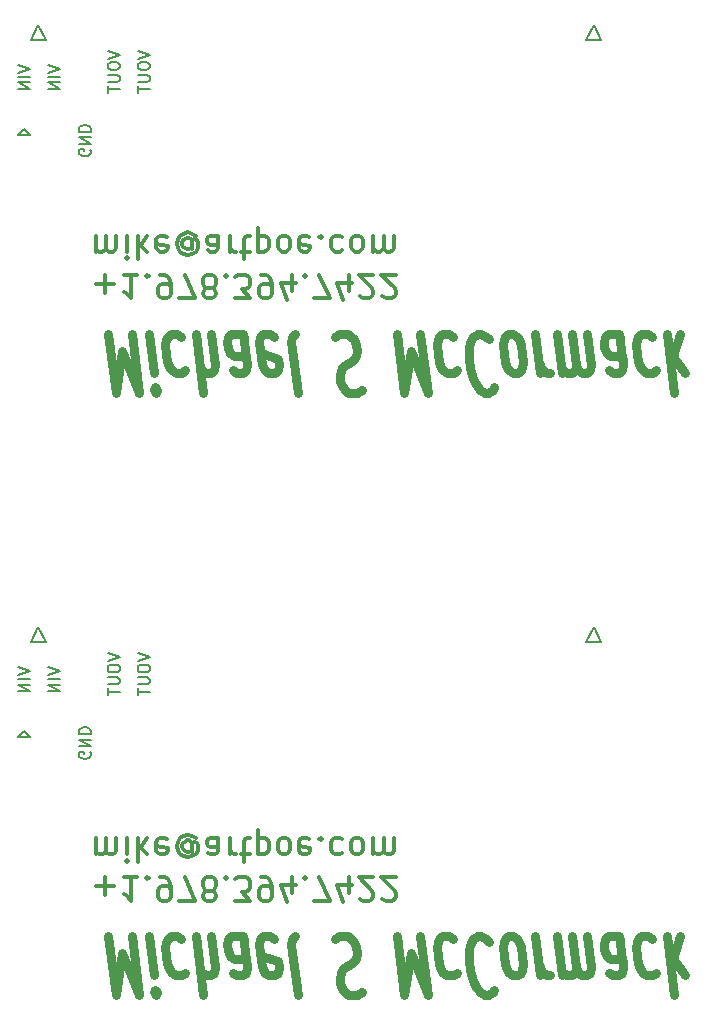
<source format=gbo>
G04 #@! TF.GenerationSoftware,KiCad,Pcbnew,(5.0.2)-1*
G04 #@! TF.CreationDate,2019-04-13T07:43:00-04:00*
G04 #@! TF.ProjectId,Console-Panel,436f6e73-6f6c-4652-9d50-616e656c2e6b,rev?*
G04 #@! TF.SameCoordinates,Original*
G04 #@! TF.FileFunction,Legend,Bot*
G04 #@! TF.FilePolarity,Positive*
%FSLAX46Y46*%
G04 Gerber Fmt 4.6, Leading zero omitted, Abs format (unit mm)*
G04 Created by KiCad (PCBNEW (5.0.2)-1) date 4/13/2019 7:43:00 AM*
%MOMM*%
%LPD*%
G01*
G04 APERTURE LIST*
%ADD10C,0.300000*%
%ADD11C,0.750000*%
%ADD12C,0.150000*%
G04 APERTURE END LIST*
D10*
X59971190Y-78907142D02*
X61495000Y-78907142D01*
X60733095Y-78145238D02*
X60733095Y-79669047D01*
X63495000Y-78145238D02*
X62352142Y-78145238D01*
X62923571Y-78145238D02*
X62923571Y-80145238D01*
X62733095Y-79859523D01*
X62542619Y-79669047D01*
X62352142Y-79573809D01*
X64352142Y-78335714D02*
X64447380Y-78240476D01*
X64352142Y-78145238D01*
X64256904Y-78240476D01*
X64352142Y-78335714D01*
X64352142Y-78145238D01*
X65399761Y-78145238D02*
X65780714Y-78145238D01*
X65971190Y-78240476D01*
X66066428Y-78335714D01*
X66256904Y-78621428D01*
X66352142Y-79002380D01*
X66352142Y-79764285D01*
X66256904Y-79954761D01*
X66161666Y-80050000D01*
X65971190Y-80145238D01*
X65590238Y-80145238D01*
X65399761Y-80050000D01*
X65304523Y-79954761D01*
X65209285Y-79764285D01*
X65209285Y-79288095D01*
X65304523Y-79097619D01*
X65399761Y-79002380D01*
X65590238Y-78907142D01*
X65971190Y-78907142D01*
X66161666Y-79002380D01*
X66256904Y-79097619D01*
X66352142Y-79288095D01*
X67018809Y-80145238D02*
X68352142Y-80145238D01*
X67495000Y-78145238D01*
X69399761Y-79288095D02*
X69209285Y-79383333D01*
X69114047Y-79478571D01*
X69018809Y-79669047D01*
X69018809Y-79764285D01*
X69114047Y-79954761D01*
X69209285Y-80050000D01*
X69399761Y-80145238D01*
X69780714Y-80145238D01*
X69971190Y-80050000D01*
X70066428Y-79954761D01*
X70161666Y-79764285D01*
X70161666Y-79669047D01*
X70066428Y-79478571D01*
X69971190Y-79383333D01*
X69780714Y-79288095D01*
X69399761Y-79288095D01*
X69209285Y-79192857D01*
X69114047Y-79097619D01*
X69018809Y-78907142D01*
X69018809Y-78526190D01*
X69114047Y-78335714D01*
X69209285Y-78240476D01*
X69399761Y-78145238D01*
X69780714Y-78145238D01*
X69971190Y-78240476D01*
X70066428Y-78335714D01*
X70161666Y-78526190D01*
X70161666Y-78907142D01*
X70066428Y-79097619D01*
X69971190Y-79192857D01*
X69780714Y-79288095D01*
X71018809Y-78335714D02*
X71114047Y-78240476D01*
X71018809Y-78145238D01*
X70923571Y-78240476D01*
X71018809Y-78335714D01*
X71018809Y-78145238D01*
X71780714Y-80145238D02*
X73018809Y-80145238D01*
X72352142Y-79383333D01*
X72637857Y-79383333D01*
X72828333Y-79288095D01*
X72923571Y-79192857D01*
X73018809Y-79002380D01*
X73018809Y-78526190D01*
X72923571Y-78335714D01*
X72828333Y-78240476D01*
X72637857Y-78145238D01*
X72066428Y-78145238D01*
X71875952Y-78240476D01*
X71780714Y-78335714D01*
X73971190Y-78145238D02*
X74352142Y-78145238D01*
X74542619Y-78240476D01*
X74637857Y-78335714D01*
X74828333Y-78621428D01*
X74923571Y-79002380D01*
X74923571Y-79764285D01*
X74828333Y-79954761D01*
X74733095Y-80050000D01*
X74542619Y-80145238D01*
X74161666Y-80145238D01*
X73971190Y-80050000D01*
X73875952Y-79954761D01*
X73780714Y-79764285D01*
X73780714Y-79288095D01*
X73875952Y-79097619D01*
X73971190Y-79002380D01*
X74161666Y-78907142D01*
X74542619Y-78907142D01*
X74733095Y-79002380D01*
X74828333Y-79097619D01*
X74923571Y-79288095D01*
X76637857Y-79478571D02*
X76637857Y-78145238D01*
X76161666Y-80240476D02*
X75685476Y-78811904D01*
X76923571Y-78811904D01*
X77685476Y-78335714D02*
X77780714Y-78240476D01*
X77685476Y-78145238D01*
X77590238Y-78240476D01*
X77685476Y-78335714D01*
X77685476Y-78145238D01*
X78447380Y-80145238D02*
X79780714Y-80145238D01*
X78923571Y-78145238D01*
X81399761Y-79478571D02*
X81399761Y-78145238D01*
X80923571Y-80240476D02*
X80447380Y-78811904D01*
X81685476Y-78811904D01*
X82352142Y-79954761D02*
X82447380Y-80050000D01*
X82637857Y-80145238D01*
X83114047Y-80145238D01*
X83304523Y-80050000D01*
X83399761Y-79954761D01*
X83495000Y-79764285D01*
X83495000Y-79573809D01*
X83399761Y-79288095D01*
X82256904Y-78145238D01*
X83495000Y-78145238D01*
X84256904Y-79954761D02*
X84352142Y-80050000D01*
X84542619Y-80145238D01*
X85018809Y-80145238D01*
X85209285Y-80050000D01*
X85304523Y-79954761D01*
X85399761Y-79764285D01*
X85399761Y-79573809D01*
X85304523Y-79288095D01*
X84161666Y-78145238D01*
X85399761Y-78145238D01*
X59971190Y-74845238D02*
X59971190Y-76178571D01*
X59971190Y-75988095D02*
X60066428Y-76083333D01*
X60256904Y-76178571D01*
X60542619Y-76178571D01*
X60733095Y-76083333D01*
X60828333Y-75892857D01*
X60828333Y-74845238D01*
X60828333Y-75892857D02*
X60923571Y-76083333D01*
X61114047Y-76178571D01*
X61399761Y-76178571D01*
X61590238Y-76083333D01*
X61685476Y-75892857D01*
X61685476Y-74845238D01*
X62637857Y-74845238D02*
X62637857Y-76178571D01*
X62637857Y-76845238D02*
X62542619Y-76750000D01*
X62637857Y-76654761D01*
X62733095Y-76750000D01*
X62637857Y-76845238D01*
X62637857Y-76654761D01*
X63590238Y-74845238D02*
X63590238Y-76845238D01*
X63780714Y-75607142D02*
X64352142Y-74845238D01*
X64352142Y-76178571D02*
X63590238Y-75416666D01*
X65971190Y-74940476D02*
X65780714Y-74845238D01*
X65399761Y-74845238D01*
X65209285Y-74940476D01*
X65114047Y-75130952D01*
X65114047Y-75892857D01*
X65209285Y-76083333D01*
X65399761Y-76178571D01*
X65780714Y-76178571D01*
X65971190Y-76083333D01*
X66066428Y-75892857D01*
X66066428Y-75702380D01*
X65114047Y-75511904D01*
X68161666Y-75797619D02*
X68066428Y-75892857D01*
X67875952Y-75988095D01*
X67685476Y-75988095D01*
X67495000Y-75892857D01*
X67399761Y-75797619D01*
X67304523Y-75607142D01*
X67304523Y-75416666D01*
X67399761Y-75226190D01*
X67495000Y-75130952D01*
X67685476Y-75035714D01*
X67875952Y-75035714D01*
X68066428Y-75130952D01*
X68161666Y-75226190D01*
X68161666Y-75988095D02*
X68161666Y-75226190D01*
X68256904Y-75130952D01*
X68352142Y-75130952D01*
X68542619Y-75226190D01*
X68637857Y-75416666D01*
X68637857Y-75892857D01*
X68447380Y-76178571D01*
X68161666Y-76369047D01*
X67780714Y-76464285D01*
X67399761Y-76369047D01*
X67114047Y-76178571D01*
X66923571Y-75892857D01*
X66828333Y-75511904D01*
X66923571Y-75130952D01*
X67114047Y-74845238D01*
X67399761Y-74654761D01*
X67780714Y-74559523D01*
X68161666Y-74654761D01*
X68447380Y-74845238D01*
X70352142Y-74845238D02*
X70352142Y-75892857D01*
X70256904Y-76083333D01*
X70066428Y-76178571D01*
X69685476Y-76178571D01*
X69495000Y-76083333D01*
X70352142Y-74940476D02*
X70161666Y-74845238D01*
X69685476Y-74845238D01*
X69495000Y-74940476D01*
X69399761Y-75130952D01*
X69399761Y-75321428D01*
X69495000Y-75511904D01*
X69685476Y-75607142D01*
X70161666Y-75607142D01*
X70352142Y-75702380D01*
X71304523Y-74845238D02*
X71304523Y-76178571D01*
X71304523Y-75797619D02*
X71399761Y-75988095D01*
X71495000Y-76083333D01*
X71685476Y-76178571D01*
X71875952Y-76178571D01*
X72256904Y-76178571D02*
X73018809Y-76178571D01*
X72542619Y-76845238D02*
X72542619Y-75130952D01*
X72637857Y-74940476D01*
X72828333Y-74845238D01*
X73018809Y-74845238D01*
X73685476Y-76178571D02*
X73685476Y-74178571D01*
X73685476Y-76083333D02*
X73875952Y-76178571D01*
X74256904Y-76178571D01*
X74447380Y-76083333D01*
X74542619Y-75988095D01*
X74637857Y-75797619D01*
X74637857Y-75226190D01*
X74542619Y-75035714D01*
X74447380Y-74940476D01*
X74256904Y-74845238D01*
X73875952Y-74845238D01*
X73685476Y-74940476D01*
X75780714Y-74845238D02*
X75590238Y-74940476D01*
X75495000Y-75035714D01*
X75399761Y-75226190D01*
X75399761Y-75797619D01*
X75495000Y-75988095D01*
X75590238Y-76083333D01*
X75780714Y-76178571D01*
X76066428Y-76178571D01*
X76256904Y-76083333D01*
X76352142Y-75988095D01*
X76447380Y-75797619D01*
X76447380Y-75226190D01*
X76352142Y-75035714D01*
X76256904Y-74940476D01*
X76066428Y-74845238D01*
X75780714Y-74845238D01*
X78066428Y-74940476D02*
X77875952Y-74845238D01*
X77495000Y-74845238D01*
X77304523Y-74940476D01*
X77209285Y-75130952D01*
X77209285Y-75892857D01*
X77304523Y-76083333D01*
X77495000Y-76178571D01*
X77875952Y-76178571D01*
X78066428Y-76083333D01*
X78161666Y-75892857D01*
X78161666Y-75702380D01*
X77209285Y-75511904D01*
X79018809Y-75035714D02*
X79114047Y-74940476D01*
X79018809Y-74845238D01*
X78923571Y-74940476D01*
X79018809Y-75035714D01*
X79018809Y-74845238D01*
X80828333Y-74940476D02*
X80637857Y-74845238D01*
X80256904Y-74845238D01*
X80066428Y-74940476D01*
X79971190Y-75035714D01*
X79875952Y-75226190D01*
X79875952Y-75797619D01*
X79971190Y-75988095D01*
X80066428Y-76083333D01*
X80256904Y-76178571D01*
X80637857Y-76178571D01*
X80828333Y-76083333D01*
X81971190Y-74845238D02*
X81780714Y-74940476D01*
X81685476Y-75035714D01*
X81590238Y-75226190D01*
X81590238Y-75797619D01*
X81685476Y-75988095D01*
X81780714Y-76083333D01*
X81971190Y-76178571D01*
X82256904Y-76178571D01*
X82447380Y-76083333D01*
X82542619Y-75988095D01*
X82637857Y-75797619D01*
X82637857Y-75226190D01*
X82542619Y-75035714D01*
X82447380Y-74940476D01*
X82256904Y-74845238D01*
X81971190Y-74845238D01*
X83495000Y-74845238D02*
X83495000Y-76178571D01*
X83495000Y-75988095D02*
X83590238Y-76083333D01*
X83780714Y-76178571D01*
X84066428Y-76178571D01*
X84256904Y-76083333D01*
X84352142Y-75892857D01*
X84352142Y-74845238D01*
X84352142Y-75892857D02*
X84447380Y-76083333D01*
X84637857Y-76178571D01*
X84923571Y-76178571D01*
X85114047Y-76083333D01*
X85209285Y-75892857D01*
X85209285Y-74845238D01*
D11*
X61031547Y-83138095D02*
X61656547Y-88138095D01*
X62210119Y-84566666D01*
X63656547Y-88138095D01*
X63031547Y-83138095D01*
X64460119Y-83138095D02*
X64876785Y-86471428D01*
X65085119Y-88138095D02*
X64912500Y-87900000D01*
X65025595Y-87661904D01*
X65198214Y-87900000D01*
X65085119Y-88138095D01*
X65025595Y-87661904D01*
X67204166Y-83376190D02*
X66888690Y-83138095D01*
X66317261Y-83138095D01*
X66061309Y-83376190D01*
X65948214Y-83614285D01*
X65864880Y-84090476D01*
X66043452Y-85519047D01*
X66245833Y-85995238D01*
X66418452Y-86233333D01*
X66733928Y-86471428D01*
X67305357Y-86471428D01*
X67561309Y-86233333D01*
X68460119Y-83138095D02*
X69085119Y-88138095D01*
X69745833Y-83138095D02*
X70073214Y-85757142D01*
X69989880Y-86233333D01*
X69733928Y-86471428D01*
X69305357Y-86471428D01*
X68989880Y-86233333D01*
X68817261Y-85995238D01*
X72460119Y-83138095D02*
X72787500Y-85757142D01*
X72704166Y-86233333D01*
X72448214Y-86471428D01*
X71876785Y-86471428D01*
X71561309Y-86233333D01*
X72489880Y-83376190D02*
X72174404Y-83138095D01*
X71460119Y-83138095D01*
X71204166Y-83376190D01*
X71120833Y-83852380D01*
X71180357Y-84328571D01*
X71382738Y-84804761D01*
X71698214Y-85042857D01*
X72412500Y-85042857D01*
X72727976Y-85280952D01*
X75061309Y-83376190D02*
X74745833Y-83138095D01*
X74174404Y-83138095D01*
X73918452Y-83376190D01*
X73835119Y-83852380D01*
X74073214Y-85757142D01*
X74275595Y-86233333D01*
X74591071Y-86471428D01*
X75162500Y-86471428D01*
X75418452Y-86233333D01*
X75501785Y-85757142D01*
X75442261Y-85280952D01*
X73954166Y-84804761D01*
X76888690Y-83138095D02*
X76632738Y-83376190D01*
X76549404Y-83852380D01*
X77085119Y-88138095D01*
X80204166Y-83376190D02*
X80602976Y-83138095D01*
X81317261Y-83138095D01*
X81632738Y-83376190D01*
X81805357Y-83614285D01*
X82007738Y-84090476D01*
X82067261Y-84566666D01*
X81983928Y-85042857D01*
X81870833Y-85280952D01*
X81614880Y-85519047D01*
X81073214Y-85757142D01*
X80817261Y-85995238D01*
X80704166Y-86233333D01*
X80620833Y-86709523D01*
X80680357Y-87185714D01*
X80882738Y-87661904D01*
X81055357Y-87900000D01*
X81370833Y-88138095D01*
X82085119Y-88138095D01*
X82483928Y-87900000D01*
X85460119Y-83138095D02*
X86085119Y-88138095D01*
X86638690Y-84566666D01*
X88085119Y-88138095D01*
X87460119Y-83138095D01*
X90204166Y-83376190D02*
X89888690Y-83138095D01*
X89317261Y-83138095D01*
X89061309Y-83376190D01*
X88948214Y-83614285D01*
X88864880Y-84090476D01*
X89043452Y-85519047D01*
X89245833Y-85995238D01*
X89418452Y-86233333D01*
X89733928Y-86471428D01*
X90305357Y-86471428D01*
X90561309Y-86233333D01*
X93233928Y-83614285D02*
X93061309Y-83376190D01*
X92602976Y-83138095D01*
X92317261Y-83138095D01*
X91918452Y-83376190D01*
X91692261Y-83852380D01*
X91608928Y-84328571D01*
X91585119Y-85280952D01*
X91674404Y-85995238D01*
X91936309Y-86947619D01*
X92138690Y-87423809D01*
X92483928Y-87900000D01*
X92942261Y-88138095D01*
X93227976Y-88138095D01*
X93626785Y-87900000D01*
X93739880Y-87661904D01*
X94888690Y-83138095D02*
X94632738Y-83376190D01*
X94519642Y-83614285D01*
X94436309Y-84090476D01*
X94614880Y-85519047D01*
X94817261Y-85995238D01*
X94989880Y-86233333D01*
X95305357Y-86471428D01*
X95733928Y-86471428D01*
X95989880Y-86233333D01*
X96102976Y-85995238D01*
X96186309Y-85519047D01*
X96007738Y-84090476D01*
X95805357Y-83614285D01*
X95632738Y-83376190D01*
X95317261Y-83138095D01*
X94888690Y-83138095D01*
X97174404Y-83138095D02*
X97591071Y-86471428D01*
X97472023Y-85519047D02*
X97674404Y-85995238D01*
X97847023Y-86233333D01*
X98162500Y-86471428D01*
X98448214Y-86471428D01*
X99031547Y-83138095D02*
X99448214Y-86471428D01*
X99388690Y-85995238D02*
X99561309Y-86233333D01*
X99876785Y-86471428D01*
X100305357Y-86471428D01*
X100561309Y-86233333D01*
X100644642Y-85757142D01*
X100317261Y-83138095D01*
X100644642Y-85757142D02*
X100847023Y-86233333D01*
X101162500Y-86471428D01*
X101591071Y-86471428D01*
X101847023Y-86233333D01*
X101930357Y-85757142D01*
X101602976Y-83138095D01*
X104317261Y-83138095D02*
X104644642Y-85757142D01*
X104561309Y-86233333D01*
X104305357Y-86471428D01*
X103733928Y-86471428D01*
X103418452Y-86233333D01*
X104347023Y-83376190D02*
X104031547Y-83138095D01*
X103317261Y-83138095D01*
X103061309Y-83376190D01*
X102977976Y-83852380D01*
X103037500Y-84328571D01*
X103239880Y-84804761D01*
X103555357Y-85042857D01*
X104269642Y-85042857D01*
X104585119Y-85280952D01*
X107061309Y-83376190D02*
X106745833Y-83138095D01*
X106174404Y-83138095D01*
X105918452Y-83376190D01*
X105805357Y-83614285D01*
X105722023Y-84090476D01*
X105900595Y-85519047D01*
X106102976Y-85995238D01*
X106275595Y-86233333D01*
X106591071Y-86471428D01*
X107162500Y-86471428D01*
X107418452Y-86233333D01*
X108317261Y-83138095D02*
X108942261Y-88138095D01*
X108841071Y-85042857D02*
X109460119Y-83138095D01*
X109876785Y-86471428D02*
X108495833Y-84566666D01*
X61031547Y-134138095D02*
X61656547Y-139138095D01*
X62210119Y-135566666D01*
X63656547Y-139138095D01*
X63031547Y-134138095D01*
X64460119Y-134138095D02*
X64876785Y-137471428D01*
X65085119Y-139138095D02*
X64912500Y-138900000D01*
X65025595Y-138661904D01*
X65198214Y-138900000D01*
X65085119Y-139138095D01*
X65025595Y-138661904D01*
X67204166Y-134376190D02*
X66888690Y-134138095D01*
X66317261Y-134138095D01*
X66061309Y-134376190D01*
X65948214Y-134614285D01*
X65864880Y-135090476D01*
X66043452Y-136519047D01*
X66245833Y-136995238D01*
X66418452Y-137233333D01*
X66733928Y-137471428D01*
X67305357Y-137471428D01*
X67561309Y-137233333D01*
X68460119Y-134138095D02*
X69085119Y-139138095D01*
X69745833Y-134138095D02*
X70073214Y-136757142D01*
X69989880Y-137233333D01*
X69733928Y-137471428D01*
X69305357Y-137471428D01*
X68989880Y-137233333D01*
X68817261Y-136995238D01*
X72460119Y-134138095D02*
X72787500Y-136757142D01*
X72704166Y-137233333D01*
X72448214Y-137471428D01*
X71876785Y-137471428D01*
X71561309Y-137233333D01*
X72489880Y-134376190D02*
X72174404Y-134138095D01*
X71460119Y-134138095D01*
X71204166Y-134376190D01*
X71120833Y-134852380D01*
X71180357Y-135328571D01*
X71382738Y-135804761D01*
X71698214Y-136042857D01*
X72412500Y-136042857D01*
X72727976Y-136280952D01*
X75061309Y-134376190D02*
X74745833Y-134138095D01*
X74174404Y-134138095D01*
X73918452Y-134376190D01*
X73835119Y-134852380D01*
X74073214Y-136757142D01*
X74275595Y-137233333D01*
X74591071Y-137471428D01*
X75162500Y-137471428D01*
X75418452Y-137233333D01*
X75501785Y-136757142D01*
X75442261Y-136280952D01*
X73954166Y-135804761D01*
X76888690Y-134138095D02*
X76632738Y-134376190D01*
X76549404Y-134852380D01*
X77085119Y-139138095D01*
X80204166Y-134376190D02*
X80602976Y-134138095D01*
X81317261Y-134138095D01*
X81632738Y-134376190D01*
X81805357Y-134614285D01*
X82007738Y-135090476D01*
X82067261Y-135566666D01*
X81983928Y-136042857D01*
X81870833Y-136280952D01*
X81614880Y-136519047D01*
X81073214Y-136757142D01*
X80817261Y-136995238D01*
X80704166Y-137233333D01*
X80620833Y-137709523D01*
X80680357Y-138185714D01*
X80882738Y-138661904D01*
X81055357Y-138900000D01*
X81370833Y-139138095D01*
X82085119Y-139138095D01*
X82483928Y-138900000D01*
X85460119Y-134138095D02*
X86085119Y-139138095D01*
X86638690Y-135566666D01*
X88085119Y-139138095D01*
X87460119Y-134138095D01*
X90204166Y-134376190D02*
X89888690Y-134138095D01*
X89317261Y-134138095D01*
X89061309Y-134376190D01*
X88948214Y-134614285D01*
X88864880Y-135090476D01*
X89043452Y-136519047D01*
X89245833Y-136995238D01*
X89418452Y-137233333D01*
X89733928Y-137471428D01*
X90305357Y-137471428D01*
X90561309Y-137233333D01*
X93233928Y-134614285D02*
X93061309Y-134376190D01*
X92602976Y-134138095D01*
X92317261Y-134138095D01*
X91918452Y-134376190D01*
X91692261Y-134852380D01*
X91608928Y-135328571D01*
X91585119Y-136280952D01*
X91674404Y-136995238D01*
X91936309Y-137947619D01*
X92138690Y-138423809D01*
X92483928Y-138900000D01*
X92942261Y-139138095D01*
X93227976Y-139138095D01*
X93626785Y-138900000D01*
X93739880Y-138661904D01*
X94888690Y-134138095D02*
X94632738Y-134376190D01*
X94519642Y-134614285D01*
X94436309Y-135090476D01*
X94614880Y-136519047D01*
X94817261Y-136995238D01*
X94989880Y-137233333D01*
X95305357Y-137471428D01*
X95733928Y-137471428D01*
X95989880Y-137233333D01*
X96102976Y-136995238D01*
X96186309Y-136519047D01*
X96007738Y-135090476D01*
X95805357Y-134614285D01*
X95632738Y-134376190D01*
X95317261Y-134138095D01*
X94888690Y-134138095D01*
X97174404Y-134138095D02*
X97591071Y-137471428D01*
X97472023Y-136519047D02*
X97674404Y-136995238D01*
X97847023Y-137233333D01*
X98162500Y-137471428D01*
X98448214Y-137471428D01*
X99031547Y-134138095D02*
X99448214Y-137471428D01*
X99388690Y-136995238D02*
X99561309Y-137233333D01*
X99876785Y-137471428D01*
X100305357Y-137471428D01*
X100561309Y-137233333D01*
X100644642Y-136757142D01*
X100317261Y-134138095D01*
X100644642Y-136757142D02*
X100847023Y-137233333D01*
X101162500Y-137471428D01*
X101591071Y-137471428D01*
X101847023Y-137233333D01*
X101930357Y-136757142D01*
X101602976Y-134138095D01*
X104317261Y-134138095D02*
X104644642Y-136757142D01*
X104561309Y-137233333D01*
X104305357Y-137471428D01*
X103733928Y-137471428D01*
X103418452Y-137233333D01*
X104347023Y-134376190D02*
X104031547Y-134138095D01*
X103317261Y-134138095D01*
X103061309Y-134376190D01*
X102977976Y-134852380D01*
X103037500Y-135328571D01*
X103239880Y-135804761D01*
X103555357Y-136042857D01*
X104269642Y-136042857D01*
X104585119Y-136280952D01*
X107061309Y-134376190D02*
X106745833Y-134138095D01*
X106174404Y-134138095D01*
X105918452Y-134376190D01*
X105805357Y-134614285D01*
X105722023Y-135090476D01*
X105900595Y-136519047D01*
X106102976Y-136995238D01*
X106275595Y-137233333D01*
X106591071Y-137471428D01*
X107162500Y-137471428D01*
X107418452Y-137233333D01*
X108317261Y-134138095D02*
X108942261Y-139138095D01*
X108841071Y-136042857D02*
X109460119Y-134138095D01*
X109876785Y-137471428D02*
X108495833Y-135566666D01*
D10*
X59971190Y-129907142D02*
X61495000Y-129907142D01*
X60733095Y-129145238D02*
X60733095Y-130669047D01*
X63495000Y-129145238D02*
X62352142Y-129145238D01*
X62923571Y-129145238D02*
X62923571Y-131145238D01*
X62733095Y-130859523D01*
X62542619Y-130669047D01*
X62352142Y-130573809D01*
X64352142Y-129335714D02*
X64447380Y-129240476D01*
X64352142Y-129145238D01*
X64256904Y-129240476D01*
X64352142Y-129335714D01*
X64352142Y-129145238D01*
X65399761Y-129145238D02*
X65780714Y-129145238D01*
X65971190Y-129240476D01*
X66066428Y-129335714D01*
X66256904Y-129621428D01*
X66352142Y-130002380D01*
X66352142Y-130764285D01*
X66256904Y-130954761D01*
X66161666Y-131050000D01*
X65971190Y-131145238D01*
X65590238Y-131145238D01*
X65399761Y-131050000D01*
X65304523Y-130954761D01*
X65209285Y-130764285D01*
X65209285Y-130288095D01*
X65304523Y-130097619D01*
X65399761Y-130002380D01*
X65590238Y-129907142D01*
X65971190Y-129907142D01*
X66161666Y-130002380D01*
X66256904Y-130097619D01*
X66352142Y-130288095D01*
X67018809Y-131145238D02*
X68352142Y-131145238D01*
X67495000Y-129145238D01*
X69399761Y-130288095D02*
X69209285Y-130383333D01*
X69114047Y-130478571D01*
X69018809Y-130669047D01*
X69018809Y-130764285D01*
X69114047Y-130954761D01*
X69209285Y-131050000D01*
X69399761Y-131145238D01*
X69780714Y-131145238D01*
X69971190Y-131050000D01*
X70066428Y-130954761D01*
X70161666Y-130764285D01*
X70161666Y-130669047D01*
X70066428Y-130478571D01*
X69971190Y-130383333D01*
X69780714Y-130288095D01*
X69399761Y-130288095D01*
X69209285Y-130192857D01*
X69114047Y-130097619D01*
X69018809Y-129907142D01*
X69018809Y-129526190D01*
X69114047Y-129335714D01*
X69209285Y-129240476D01*
X69399761Y-129145238D01*
X69780714Y-129145238D01*
X69971190Y-129240476D01*
X70066428Y-129335714D01*
X70161666Y-129526190D01*
X70161666Y-129907142D01*
X70066428Y-130097619D01*
X69971190Y-130192857D01*
X69780714Y-130288095D01*
X71018809Y-129335714D02*
X71114047Y-129240476D01*
X71018809Y-129145238D01*
X70923571Y-129240476D01*
X71018809Y-129335714D01*
X71018809Y-129145238D01*
X71780714Y-131145238D02*
X73018809Y-131145238D01*
X72352142Y-130383333D01*
X72637857Y-130383333D01*
X72828333Y-130288095D01*
X72923571Y-130192857D01*
X73018809Y-130002380D01*
X73018809Y-129526190D01*
X72923571Y-129335714D01*
X72828333Y-129240476D01*
X72637857Y-129145238D01*
X72066428Y-129145238D01*
X71875952Y-129240476D01*
X71780714Y-129335714D01*
X73971190Y-129145238D02*
X74352142Y-129145238D01*
X74542619Y-129240476D01*
X74637857Y-129335714D01*
X74828333Y-129621428D01*
X74923571Y-130002380D01*
X74923571Y-130764285D01*
X74828333Y-130954761D01*
X74733095Y-131050000D01*
X74542619Y-131145238D01*
X74161666Y-131145238D01*
X73971190Y-131050000D01*
X73875952Y-130954761D01*
X73780714Y-130764285D01*
X73780714Y-130288095D01*
X73875952Y-130097619D01*
X73971190Y-130002380D01*
X74161666Y-129907142D01*
X74542619Y-129907142D01*
X74733095Y-130002380D01*
X74828333Y-130097619D01*
X74923571Y-130288095D01*
X76637857Y-130478571D02*
X76637857Y-129145238D01*
X76161666Y-131240476D02*
X75685476Y-129811904D01*
X76923571Y-129811904D01*
X77685476Y-129335714D02*
X77780714Y-129240476D01*
X77685476Y-129145238D01*
X77590238Y-129240476D01*
X77685476Y-129335714D01*
X77685476Y-129145238D01*
X78447380Y-131145238D02*
X79780714Y-131145238D01*
X78923571Y-129145238D01*
X81399761Y-130478571D02*
X81399761Y-129145238D01*
X80923571Y-131240476D02*
X80447380Y-129811904D01*
X81685476Y-129811904D01*
X82352142Y-130954761D02*
X82447380Y-131050000D01*
X82637857Y-131145238D01*
X83114047Y-131145238D01*
X83304523Y-131050000D01*
X83399761Y-130954761D01*
X83495000Y-130764285D01*
X83495000Y-130573809D01*
X83399761Y-130288095D01*
X82256904Y-129145238D01*
X83495000Y-129145238D01*
X84256904Y-130954761D02*
X84352142Y-131050000D01*
X84542619Y-131145238D01*
X85018809Y-131145238D01*
X85209285Y-131050000D01*
X85304523Y-130954761D01*
X85399761Y-130764285D01*
X85399761Y-130573809D01*
X85304523Y-130288095D01*
X84161666Y-129145238D01*
X85399761Y-129145238D01*
X59971190Y-125845238D02*
X59971190Y-127178571D01*
X59971190Y-126988095D02*
X60066428Y-127083333D01*
X60256904Y-127178571D01*
X60542619Y-127178571D01*
X60733095Y-127083333D01*
X60828333Y-126892857D01*
X60828333Y-125845238D01*
X60828333Y-126892857D02*
X60923571Y-127083333D01*
X61114047Y-127178571D01*
X61399761Y-127178571D01*
X61590238Y-127083333D01*
X61685476Y-126892857D01*
X61685476Y-125845238D01*
X62637857Y-125845238D02*
X62637857Y-127178571D01*
X62637857Y-127845238D02*
X62542619Y-127750000D01*
X62637857Y-127654761D01*
X62733095Y-127750000D01*
X62637857Y-127845238D01*
X62637857Y-127654761D01*
X63590238Y-125845238D02*
X63590238Y-127845238D01*
X63780714Y-126607142D02*
X64352142Y-125845238D01*
X64352142Y-127178571D02*
X63590238Y-126416666D01*
X65971190Y-125940476D02*
X65780714Y-125845238D01*
X65399761Y-125845238D01*
X65209285Y-125940476D01*
X65114047Y-126130952D01*
X65114047Y-126892857D01*
X65209285Y-127083333D01*
X65399761Y-127178571D01*
X65780714Y-127178571D01*
X65971190Y-127083333D01*
X66066428Y-126892857D01*
X66066428Y-126702380D01*
X65114047Y-126511904D01*
X68161666Y-126797619D02*
X68066428Y-126892857D01*
X67875952Y-126988095D01*
X67685476Y-126988095D01*
X67495000Y-126892857D01*
X67399761Y-126797619D01*
X67304523Y-126607142D01*
X67304523Y-126416666D01*
X67399761Y-126226190D01*
X67495000Y-126130952D01*
X67685476Y-126035714D01*
X67875952Y-126035714D01*
X68066428Y-126130952D01*
X68161666Y-126226190D01*
X68161666Y-126988095D02*
X68161666Y-126226190D01*
X68256904Y-126130952D01*
X68352142Y-126130952D01*
X68542619Y-126226190D01*
X68637857Y-126416666D01*
X68637857Y-126892857D01*
X68447380Y-127178571D01*
X68161666Y-127369047D01*
X67780714Y-127464285D01*
X67399761Y-127369047D01*
X67114047Y-127178571D01*
X66923571Y-126892857D01*
X66828333Y-126511904D01*
X66923571Y-126130952D01*
X67114047Y-125845238D01*
X67399761Y-125654761D01*
X67780714Y-125559523D01*
X68161666Y-125654761D01*
X68447380Y-125845238D01*
X70352142Y-125845238D02*
X70352142Y-126892857D01*
X70256904Y-127083333D01*
X70066428Y-127178571D01*
X69685476Y-127178571D01*
X69495000Y-127083333D01*
X70352142Y-125940476D02*
X70161666Y-125845238D01*
X69685476Y-125845238D01*
X69495000Y-125940476D01*
X69399761Y-126130952D01*
X69399761Y-126321428D01*
X69495000Y-126511904D01*
X69685476Y-126607142D01*
X70161666Y-126607142D01*
X70352142Y-126702380D01*
X71304523Y-125845238D02*
X71304523Y-127178571D01*
X71304523Y-126797619D02*
X71399761Y-126988095D01*
X71495000Y-127083333D01*
X71685476Y-127178571D01*
X71875952Y-127178571D01*
X72256904Y-127178571D02*
X73018809Y-127178571D01*
X72542619Y-127845238D02*
X72542619Y-126130952D01*
X72637857Y-125940476D01*
X72828333Y-125845238D01*
X73018809Y-125845238D01*
X73685476Y-127178571D02*
X73685476Y-125178571D01*
X73685476Y-127083333D02*
X73875952Y-127178571D01*
X74256904Y-127178571D01*
X74447380Y-127083333D01*
X74542619Y-126988095D01*
X74637857Y-126797619D01*
X74637857Y-126226190D01*
X74542619Y-126035714D01*
X74447380Y-125940476D01*
X74256904Y-125845238D01*
X73875952Y-125845238D01*
X73685476Y-125940476D01*
X75780714Y-125845238D02*
X75590238Y-125940476D01*
X75495000Y-126035714D01*
X75399761Y-126226190D01*
X75399761Y-126797619D01*
X75495000Y-126988095D01*
X75590238Y-127083333D01*
X75780714Y-127178571D01*
X76066428Y-127178571D01*
X76256904Y-127083333D01*
X76352142Y-126988095D01*
X76447380Y-126797619D01*
X76447380Y-126226190D01*
X76352142Y-126035714D01*
X76256904Y-125940476D01*
X76066428Y-125845238D01*
X75780714Y-125845238D01*
X78066428Y-125940476D02*
X77875952Y-125845238D01*
X77495000Y-125845238D01*
X77304523Y-125940476D01*
X77209285Y-126130952D01*
X77209285Y-126892857D01*
X77304523Y-127083333D01*
X77495000Y-127178571D01*
X77875952Y-127178571D01*
X78066428Y-127083333D01*
X78161666Y-126892857D01*
X78161666Y-126702380D01*
X77209285Y-126511904D01*
X79018809Y-126035714D02*
X79114047Y-125940476D01*
X79018809Y-125845238D01*
X78923571Y-125940476D01*
X79018809Y-126035714D01*
X79018809Y-125845238D01*
X80828333Y-125940476D02*
X80637857Y-125845238D01*
X80256904Y-125845238D01*
X80066428Y-125940476D01*
X79971190Y-126035714D01*
X79875952Y-126226190D01*
X79875952Y-126797619D01*
X79971190Y-126988095D01*
X80066428Y-127083333D01*
X80256904Y-127178571D01*
X80637857Y-127178571D01*
X80828333Y-127083333D01*
X81971190Y-125845238D02*
X81780714Y-125940476D01*
X81685476Y-126035714D01*
X81590238Y-126226190D01*
X81590238Y-126797619D01*
X81685476Y-126988095D01*
X81780714Y-127083333D01*
X81971190Y-127178571D01*
X82256904Y-127178571D01*
X82447380Y-127083333D01*
X82542619Y-126988095D01*
X82637857Y-126797619D01*
X82637857Y-126226190D01*
X82542619Y-126035714D01*
X82447380Y-125940476D01*
X82256904Y-125845238D01*
X81971190Y-125845238D01*
X83495000Y-125845238D02*
X83495000Y-127178571D01*
X83495000Y-126988095D02*
X83590238Y-127083333D01*
X83780714Y-127178571D01*
X84066428Y-127178571D01*
X84256904Y-127083333D01*
X84352142Y-126892857D01*
X84352142Y-125845238D01*
X84352142Y-126892857D02*
X84447380Y-127083333D01*
X84637857Y-127178571D01*
X84923571Y-127178571D01*
X85114047Y-127083333D01*
X85209285Y-126892857D01*
X85209285Y-125845238D01*
D12*
G04 #@! TO.C,PS2*
X102760000Y-58255000D02*
X102125000Y-56985000D01*
X101490000Y-58255000D02*
X102760000Y-58255000D01*
X102125000Y-56985000D02*
X101490000Y-58255000D01*
G04 #@! TO.C,PS1*
X55760000Y-58255000D02*
X55125000Y-56985000D01*
X54490000Y-58255000D02*
X55760000Y-58255000D01*
X55125000Y-56985000D02*
X54490000Y-58255000D01*
G04 #@! TO.C,U1*
X54428000Y-66286000D02*
X53920000Y-65778000D01*
X53412000Y-66286000D02*
X54428000Y-66286000D01*
X53920000Y-65778000D02*
X53412000Y-66286000D01*
G04 #@! TO.C,PS1*
X55125000Y-107985000D02*
X54490000Y-109255000D01*
X54490000Y-109255000D02*
X55760000Y-109255000D01*
X55760000Y-109255000D02*
X55125000Y-107985000D01*
G04 #@! TO.C,PS2*
X102125000Y-107985000D02*
X101490000Y-109255000D01*
X101490000Y-109255000D02*
X102760000Y-109255000D01*
X102760000Y-109255000D02*
X102125000Y-107985000D01*
G04 #@! TO.C,U1*
X53920000Y-116778000D02*
X53412000Y-117286000D01*
X53412000Y-117286000D02*
X54428000Y-117286000D01*
X54428000Y-117286000D02*
X53920000Y-116778000D01*
X63532380Y-59190095D02*
X64532380Y-59523428D01*
X63532380Y-59856761D01*
X63532380Y-60380571D02*
X63532380Y-60571047D01*
X63580000Y-60666285D01*
X63675238Y-60761523D01*
X63865714Y-60809142D01*
X64199047Y-60809142D01*
X64389523Y-60761523D01*
X64484761Y-60666285D01*
X64532380Y-60571047D01*
X64532380Y-60380571D01*
X64484761Y-60285333D01*
X64389523Y-60190095D01*
X64199047Y-60142476D01*
X63865714Y-60142476D01*
X63675238Y-60190095D01*
X63580000Y-60285333D01*
X63532380Y-60380571D01*
X63532380Y-61237714D02*
X64341904Y-61237714D01*
X64437142Y-61285333D01*
X64484761Y-61332952D01*
X64532380Y-61428190D01*
X64532380Y-61618666D01*
X64484761Y-61713904D01*
X64437142Y-61761523D01*
X64341904Y-61809142D01*
X63532380Y-61809142D01*
X63532380Y-62142476D02*
X63532380Y-62713904D01*
X64532380Y-62428190D02*
X63532380Y-62428190D01*
X60992380Y-59190095D02*
X61992380Y-59523428D01*
X60992380Y-59856761D01*
X60992380Y-60380571D02*
X60992380Y-60571047D01*
X61040000Y-60666285D01*
X61135238Y-60761523D01*
X61325714Y-60809142D01*
X61659047Y-60809142D01*
X61849523Y-60761523D01*
X61944761Y-60666285D01*
X61992380Y-60571047D01*
X61992380Y-60380571D01*
X61944761Y-60285333D01*
X61849523Y-60190095D01*
X61659047Y-60142476D01*
X61325714Y-60142476D01*
X61135238Y-60190095D01*
X61040000Y-60285333D01*
X60992380Y-60380571D01*
X60992380Y-61237714D02*
X61801904Y-61237714D01*
X61897142Y-61285333D01*
X61944761Y-61332952D01*
X61992380Y-61428190D01*
X61992380Y-61618666D01*
X61944761Y-61713904D01*
X61897142Y-61761523D01*
X61801904Y-61809142D01*
X60992380Y-61809142D01*
X60992380Y-62142476D02*
X60992380Y-62713904D01*
X61992380Y-62428190D02*
X60992380Y-62428190D01*
X59500000Y-67555904D02*
X59547619Y-67651142D01*
X59547619Y-67794000D01*
X59500000Y-67936857D01*
X59404761Y-68032095D01*
X59309523Y-68079714D01*
X59119047Y-68127333D01*
X58976190Y-68127333D01*
X58785714Y-68079714D01*
X58690476Y-68032095D01*
X58595238Y-67936857D01*
X58547619Y-67794000D01*
X58547619Y-67698761D01*
X58595238Y-67555904D01*
X58642857Y-67508285D01*
X58976190Y-67508285D01*
X58976190Y-67698761D01*
X58547619Y-67079714D02*
X59547619Y-67079714D01*
X58547619Y-66508285D01*
X59547619Y-66508285D01*
X58547619Y-66032095D02*
X59547619Y-66032095D01*
X59547619Y-65794000D01*
X59500000Y-65651142D01*
X59404761Y-65555904D01*
X59309523Y-65508285D01*
X59119047Y-65460666D01*
X58976190Y-65460666D01*
X58785714Y-65508285D01*
X58690476Y-65555904D01*
X58595238Y-65651142D01*
X58547619Y-65794000D01*
X58547619Y-66032095D01*
X55912380Y-60364761D02*
X56912380Y-60698095D01*
X55912380Y-61031428D01*
X56912380Y-61364761D02*
X55912380Y-61364761D01*
X56912380Y-61840952D02*
X55912380Y-61840952D01*
X56912380Y-62412380D01*
X55912380Y-62412380D01*
X53372380Y-60364761D02*
X54372380Y-60698095D01*
X53372380Y-61031428D01*
X54372380Y-61364761D02*
X53372380Y-61364761D01*
X54372380Y-61840952D02*
X53372380Y-61840952D01*
X54372380Y-62412380D01*
X53372380Y-62412380D01*
X53372380Y-111364761D02*
X54372380Y-111698095D01*
X53372380Y-112031428D01*
X54372380Y-112364761D02*
X53372380Y-112364761D01*
X54372380Y-112840952D02*
X53372380Y-112840952D01*
X54372380Y-113412380D01*
X53372380Y-113412380D01*
X55912380Y-111364761D02*
X56912380Y-111698095D01*
X55912380Y-112031428D01*
X56912380Y-112364761D02*
X55912380Y-112364761D01*
X56912380Y-112840952D02*
X55912380Y-112840952D01*
X56912380Y-113412380D01*
X55912380Y-113412380D01*
X59500000Y-118555904D02*
X59547619Y-118651142D01*
X59547619Y-118794000D01*
X59500000Y-118936857D01*
X59404761Y-119032095D01*
X59309523Y-119079714D01*
X59119047Y-119127333D01*
X58976190Y-119127333D01*
X58785714Y-119079714D01*
X58690476Y-119032095D01*
X58595238Y-118936857D01*
X58547619Y-118794000D01*
X58547619Y-118698761D01*
X58595238Y-118555904D01*
X58642857Y-118508285D01*
X58976190Y-118508285D01*
X58976190Y-118698761D01*
X58547619Y-118079714D02*
X59547619Y-118079714D01*
X58547619Y-117508285D01*
X59547619Y-117508285D01*
X58547619Y-117032095D02*
X59547619Y-117032095D01*
X59547619Y-116794000D01*
X59500000Y-116651142D01*
X59404761Y-116555904D01*
X59309523Y-116508285D01*
X59119047Y-116460666D01*
X58976190Y-116460666D01*
X58785714Y-116508285D01*
X58690476Y-116555904D01*
X58595238Y-116651142D01*
X58547619Y-116794000D01*
X58547619Y-117032095D01*
X60992380Y-110190095D02*
X61992380Y-110523428D01*
X60992380Y-110856761D01*
X60992380Y-111380571D02*
X60992380Y-111571047D01*
X61040000Y-111666285D01*
X61135238Y-111761523D01*
X61325714Y-111809142D01*
X61659047Y-111809142D01*
X61849523Y-111761523D01*
X61944761Y-111666285D01*
X61992380Y-111571047D01*
X61992380Y-111380571D01*
X61944761Y-111285333D01*
X61849523Y-111190095D01*
X61659047Y-111142476D01*
X61325714Y-111142476D01*
X61135238Y-111190095D01*
X61040000Y-111285333D01*
X60992380Y-111380571D01*
X60992380Y-112237714D02*
X61801904Y-112237714D01*
X61897142Y-112285333D01*
X61944761Y-112332952D01*
X61992380Y-112428190D01*
X61992380Y-112618666D01*
X61944761Y-112713904D01*
X61897142Y-112761523D01*
X61801904Y-112809142D01*
X60992380Y-112809142D01*
X60992380Y-113142476D02*
X60992380Y-113713904D01*
X61992380Y-113428190D02*
X60992380Y-113428190D01*
X63532380Y-110190095D02*
X64532380Y-110523428D01*
X63532380Y-110856761D01*
X63532380Y-111380571D02*
X63532380Y-111571047D01*
X63580000Y-111666285D01*
X63675238Y-111761523D01*
X63865714Y-111809142D01*
X64199047Y-111809142D01*
X64389523Y-111761523D01*
X64484761Y-111666285D01*
X64532380Y-111571047D01*
X64532380Y-111380571D01*
X64484761Y-111285333D01*
X64389523Y-111190095D01*
X64199047Y-111142476D01*
X63865714Y-111142476D01*
X63675238Y-111190095D01*
X63580000Y-111285333D01*
X63532380Y-111380571D01*
X63532380Y-112237714D02*
X64341904Y-112237714D01*
X64437142Y-112285333D01*
X64484761Y-112332952D01*
X64532380Y-112428190D01*
X64532380Y-112618666D01*
X64484761Y-112713904D01*
X64437142Y-112761523D01*
X64341904Y-112809142D01*
X63532380Y-112809142D01*
X63532380Y-113142476D02*
X63532380Y-113713904D01*
X64532380Y-113428190D02*
X63532380Y-113428190D01*
G04 #@! TD*
M02*

</source>
